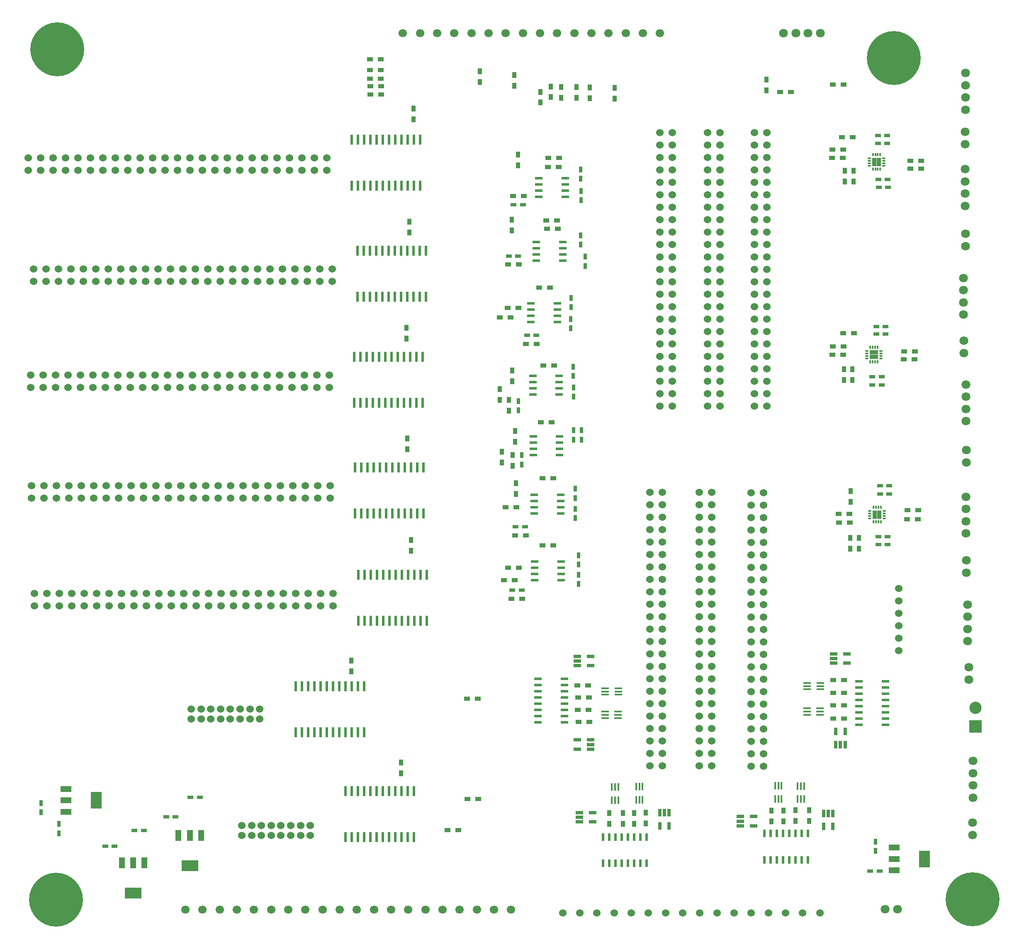
<source format=gbr>
G04 #@! TF.FileFunction,Soldermask,Top*
%FSLAX46Y46*%
G04 Gerber Fmt 4.6, Leading zero omitted, Abs format (unit mm)*
G04 Created by KiCad (PCBNEW 4.0.4-stable) date 12/30/16 20:15:41*
%MOMM*%
%LPD*%
G01*
G04 APERTURE LIST*
%ADD10C,0.100000*%
%ADD11O,0.750000X0.300000*%
%ADD12O,0.300000X0.750000*%
%ADD13R,0.900000X0.900000*%
%ADD14R,0.900000X1.200000*%
%ADD15R,0.600000X2.000000*%
%ADD16C,1.524000*%
%ADD17R,0.750000X1.200000*%
%ADD18R,1.200000X0.750000*%
%ADD19C,1.800000*%
%ADD20R,1.200000X0.900000*%
%ADD21R,1.550000X0.600000*%
%ADD22R,1.501140X0.398780*%
%ADD23R,1.500000X0.600000*%
%ADD24R,0.398780X1.501140*%
%ADD25R,0.600000X1.500000*%
%ADD26R,1.560000X0.650000*%
%ADD27R,0.650000X1.560000*%
%ADD28C,11.000000*%
%ADD29C,0.700000*%
%ADD30R,2.499360X2.499360*%
%ADD31C,2.499360*%
%ADD32R,2.200000X1.200000*%
%ADD33R,2.200000X3.500000*%
%ADD34R,1.200000X2.200000*%
%ADD35R,3.500000X2.200000*%
%ADD36C,1.700000*%
G04 APERTURE END LIST*
D10*
D11*
X214680460Y-114158860D03*
X214680460Y-114658860D03*
X214680460Y-115158860D03*
X214680460Y-115658860D03*
D12*
X215405460Y-116383860D03*
X215905460Y-116383860D03*
X216405460Y-116383860D03*
X216905460Y-116383860D03*
D11*
X217630460Y-115658860D03*
X217630460Y-115158860D03*
X217630460Y-114658860D03*
X217630460Y-114158860D03*
D12*
X216905460Y-113433860D03*
X216405460Y-113433860D03*
X215905460Y-113433860D03*
X215405460Y-113433860D03*
D13*
X216605460Y-115358860D03*
X216605460Y-114458860D03*
X215705460Y-115358860D03*
X215705460Y-114458860D03*
D14*
X121353860Y-87767680D03*
X121353860Y-89967680D03*
D15*
X110718860Y-103097680D03*
X111988860Y-103097680D03*
X113258860Y-103097680D03*
X114528860Y-103097680D03*
X115798860Y-103097680D03*
X117068860Y-103097680D03*
X118338860Y-103097680D03*
X119608860Y-103097680D03*
X120878860Y-103097680D03*
X122148860Y-103097680D03*
X123418860Y-103097680D03*
X124688860Y-103097680D03*
X124688860Y-93697680D03*
X123418860Y-93697680D03*
X122148860Y-93697680D03*
X120878860Y-93697680D03*
X119608860Y-93697680D03*
X118338860Y-93697680D03*
X117068860Y-93697680D03*
X115798860Y-93697680D03*
X114528860Y-93697680D03*
X113258860Y-93697680D03*
X111988860Y-93697680D03*
X110718860Y-93697680D03*
D16*
X44633860Y-99987680D03*
X44633860Y-97447680D03*
X47173860Y-99987680D03*
X47173860Y-97447680D03*
X49713860Y-99987680D03*
X49713860Y-97447680D03*
X52253860Y-99987680D03*
X52253860Y-97447680D03*
X54793860Y-99987680D03*
X54793860Y-97447680D03*
X57333860Y-99987680D03*
X57333860Y-97447680D03*
X59873860Y-99987680D03*
X59873860Y-97447680D03*
X62413860Y-99987680D03*
X62413860Y-97447680D03*
X64953860Y-99987680D03*
X64953860Y-97447680D03*
X67493860Y-99987680D03*
X67493860Y-97447680D03*
X70033860Y-99987680D03*
X70033860Y-97447680D03*
X72573860Y-99987680D03*
X72573860Y-97447680D03*
X75113860Y-99987680D03*
X75113860Y-97447680D03*
X77653860Y-99987680D03*
X77653860Y-97447680D03*
X80193860Y-99987680D03*
X80193860Y-97447680D03*
X82733860Y-99987680D03*
X82733860Y-97447680D03*
X85273860Y-99987680D03*
X85273860Y-97447680D03*
X87813860Y-99987680D03*
X87813860Y-97447680D03*
X90353860Y-99987680D03*
X90353860Y-97447680D03*
X92893860Y-99987680D03*
X92893860Y-97447680D03*
X95433860Y-99987680D03*
X95433860Y-97447680D03*
X97973860Y-99987680D03*
X97973860Y-97447680D03*
X100513860Y-99987680D03*
X100513860Y-97447680D03*
X103053860Y-99987680D03*
X103053860Y-97447680D03*
X105593860Y-99987680D03*
X105593860Y-97447680D03*
X43495860Y-77253680D03*
X43495860Y-74713680D03*
X46035860Y-77253680D03*
X46035860Y-74713680D03*
X48575860Y-77253680D03*
X48575860Y-74713680D03*
X51115860Y-77253680D03*
X51115860Y-74713680D03*
X53655860Y-77253680D03*
X53655860Y-74713680D03*
X56195860Y-77253680D03*
X56195860Y-74713680D03*
X58735860Y-77253680D03*
X58735860Y-74713680D03*
X61275860Y-77253680D03*
X61275860Y-74713680D03*
X63815860Y-77253680D03*
X63815860Y-74713680D03*
X66355860Y-77253680D03*
X66355860Y-74713680D03*
X68895860Y-77253680D03*
X68895860Y-74713680D03*
X71435860Y-77253680D03*
X71435860Y-74713680D03*
X73975860Y-77253680D03*
X73975860Y-74713680D03*
X76515860Y-77253680D03*
X76515860Y-74713680D03*
X79055860Y-77253680D03*
X79055860Y-74713680D03*
X81595860Y-77253680D03*
X81595860Y-74713680D03*
X84135860Y-77253680D03*
X84135860Y-74713680D03*
X86675860Y-77253680D03*
X86675860Y-74713680D03*
X89215860Y-77253680D03*
X89215860Y-74713680D03*
X91755860Y-77253680D03*
X91755860Y-74713680D03*
X94295860Y-77253680D03*
X94295860Y-74713680D03*
X96835860Y-77253680D03*
X96835860Y-74713680D03*
X99375860Y-77253680D03*
X99375860Y-74713680D03*
X101915860Y-77253680D03*
X101915860Y-74713680D03*
X104455860Y-77253680D03*
X104455860Y-74713680D03*
D15*
X109580860Y-80363680D03*
X110850860Y-80363680D03*
X112120860Y-80363680D03*
X113390860Y-80363680D03*
X114660860Y-80363680D03*
X115930860Y-80363680D03*
X117200860Y-80363680D03*
X118470860Y-80363680D03*
X119740860Y-80363680D03*
X121010860Y-80363680D03*
X122280860Y-80363680D03*
X123550860Y-80363680D03*
X123550860Y-70963680D03*
X122280860Y-70963680D03*
X121010860Y-70963680D03*
X119740860Y-70963680D03*
X118470860Y-70963680D03*
X117200860Y-70963680D03*
X115930860Y-70963680D03*
X114660860Y-70963680D03*
X113390860Y-70963680D03*
X112120860Y-70963680D03*
X110850860Y-70963680D03*
X109580860Y-70963680D03*
D14*
X122143860Y-64617680D03*
X122143860Y-66817680D03*
X120713860Y-109427680D03*
X120713860Y-111627680D03*
D15*
X110078860Y-124757680D03*
X111348860Y-124757680D03*
X112618860Y-124757680D03*
X113888860Y-124757680D03*
X115158860Y-124757680D03*
X116428860Y-124757680D03*
X117698860Y-124757680D03*
X118968860Y-124757680D03*
X120238860Y-124757680D03*
X121508860Y-124757680D03*
X122778860Y-124757680D03*
X124048860Y-124757680D03*
X124048860Y-115357680D03*
X122778860Y-115357680D03*
X121508860Y-115357680D03*
X120238860Y-115357680D03*
X118968860Y-115357680D03*
X117698860Y-115357680D03*
X116428860Y-115357680D03*
X115158860Y-115357680D03*
X113888860Y-115357680D03*
X112618860Y-115357680D03*
X111348860Y-115357680D03*
X110078860Y-115357680D03*
D16*
X43993860Y-121647680D03*
X43993860Y-119107680D03*
X46533860Y-121647680D03*
X46533860Y-119107680D03*
X49073860Y-121647680D03*
X49073860Y-119107680D03*
X51613860Y-121647680D03*
X51613860Y-119107680D03*
X54153860Y-121647680D03*
X54153860Y-119107680D03*
X56693860Y-121647680D03*
X56693860Y-119107680D03*
X59233860Y-121647680D03*
X59233860Y-119107680D03*
X61773860Y-121647680D03*
X61773860Y-119107680D03*
X64313860Y-121647680D03*
X64313860Y-119107680D03*
X66853860Y-121647680D03*
X66853860Y-119107680D03*
X69393860Y-121647680D03*
X69393860Y-119107680D03*
X71933860Y-121647680D03*
X71933860Y-119107680D03*
X74473860Y-121647680D03*
X74473860Y-119107680D03*
X77013860Y-121647680D03*
X77013860Y-119107680D03*
X79553860Y-121647680D03*
X79553860Y-119107680D03*
X82093860Y-121647680D03*
X82093860Y-119107680D03*
X84633860Y-121647680D03*
X84633860Y-119107680D03*
X87173860Y-121647680D03*
X87173860Y-119107680D03*
X89713860Y-121647680D03*
X89713860Y-119107680D03*
X92253860Y-121647680D03*
X92253860Y-119107680D03*
X94793860Y-121647680D03*
X94793860Y-119107680D03*
X97333860Y-121647680D03*
X97333860Y-119107680D03*
X99873860Y-121647680D03*
X99873860Y-119107680D03*
X102413860Y-121647680D03*
X102413860Y-119107680D03*
X104953860Y-121647680D03*
X104953860Y-119107680D03*
X44183860Y-144267680D03*
X44183860Y-141727680D03*
X46723860Y-144267680D03*
X46723860Y-141727680D03*
X49263860Y-144267680D03*
X49263860Y-141727680D03*
X51803860Y-144267680D03*
X51803860Y-141727680D03*
X54343860Y-144267680D03*
X54343860Y-141727680D03*
X56883860Y-144267680D03*
X56883860Y-141727680D03*
X59423860Y-144267680D03*
X59423860Y-141727680D03*
X61963860Y-144267680D03*
X61963860Y-141727680D03*
X64503860Y-144267680D03*
X64503860Y-141727680D03*
X67043860Y-144267680D03*
X67043860Y-141727680D03*
X69583860Y-144267680D03*
X69583860Y-141727680D03*
X72123860Y-144267680D03*
X72123860Y-141727680D03*
X74663860Y-144267680D03*
X74663860Y-141727680D03*
X77203860Y-144267680D03*
X77203860Y-141727680D03*
X79743860Y-144267680D03*
X79743860Y-141727680D03*
X82283860Y-144267680D03*
X82283860Y-141727680D03*
X84823860Y-144267680D03*
X84823860Y-141727680D03*
X87363860Y-144267680D03*
X87363860Y-141727680D03*
X89903860Y-144267680D03*
X89903860Y-141727680D03*
X92443860Y-144267680D03*
X92443860Y-141727680D03*
X94983860Y-144267680D03*
X94983860Y-141727680D03*
X97523860Y-144267680D03*
X97523860Y-141727680D03*
X100063860Y-144267680D03*
X100063860Y-141727680D03*
X102603860Y-144267680D03*
X102603860Y-141727680D03*
X105143860Y-144267680D03*
X105143860Y-141727680D03*
D15*
X110268860Y-147377680D03*
X111538860Y-147377680D03*
X112808860Y-147377680D03*
X114078860Y-147377680D03*
X115348860Y-147377680D03*
X116618860Y-147377680D03*
X117888860Y-147377680D03*
X119158860Y-147377680D03*
X120428860Y-147377680D03*
X121698860Y-147377680D03*
X122968860Y-147377680D03*
X124238860Y-147377680D03*
X124238860Y-137977680D03*
X122968860Y-137977680D03*
X121698860Y-137977680D03*
X120428860Y-137977680D03*
X119158860Y-137977680D03*
X117888860Y-137977680D03*
X116618860Y-137977680D03*
X115348860Y-137977680D03*
X114078860Y-137977680D03*
X112808860Y-137977680D03*
X111538860Y-137977680D03*
X110268860Y-137977680D03*
D14*
X120903860Y-132047680D03*
X120903860Y-134247680D03*
D17*
X154729180Y-117383520D03*
X154729180Y-119283520D03*
X156316680Y-90548420D03*
X156316680Y-92448420D03*
X154810460Y-123489760D03*
X154810460Y-121589760D03*
X143611600Y-126301540D03*
X143611600Y-124401540D03*
X157231080Y-96796900D03*
X157231080Y-94896900D03*
D18*
X141643060Y-94762320D03*
X143543060Y-94762320D03*
D17*
X155856940Y-155905160D03*
X155856940Y-157805160D03*
X155856940Y-161780260D03*
X155856940Y-159880260D03*
D18*
X144233940Y-163065460D03*
X142333940Y-163065460D03*
D17*
X155224480Y-142303460D03*
X155224480Y-144203460D03*
X155199080Y-148305560D03*
X155199080Y-146405560D03*
X156319220Y-77053400D03*
X156319220Y-78953400D03*
D18*
X144922280Y-150086060D03*
X143022280Y-150086060D03*
D17*
X154343100Y-103337320D03*
X154343100Y-105237320D03*
X154876500Y-130383240D03*
X154876500Y-132283240D03*
X156385260Y-83357760D03*
X156385260Y-81457760D03*
D18*
X142590480Y-84279740D03*
X144490480Y-84279740D03*
D17*
X154266900Y-109524840D03*
X154266900Y-107624840D03*
X156461460Y-130383240D03*
X156461460Y-132283240D03*
D18*
X147231140Y-110937040D03*
X145331140Y-110937040D03*
D17*
X144264380Y-137358160D03*
X144264380Y-135458160D03*
D18*
X215825486Y-121102594D03*
X217725486Y-121102594D03*
X216649260Y-109141260D03*
X218549260Y-109141260D03*
X215825486Y-119426194D03*
X217725486Y-119426194D03*
X218549260Y-110690660D03*
X216649260Y-110690660D03*
X217075980Y-153680160D03*
X218975980Y-153680160D03*
X217418880Y-141691360D03*
X219318880Y-141691360D03*
X217075980Y-152067260D03*
X218975980Y-152067260D03*
X219306180Y-143367760D03*
X217406180Y-143367760D03*
X217125195Y-80762137D03*
X219025195Y-80762137D03*
X216974380Y-71729600D03*
X218874380Y-71729600D03*
X217074395Y-79136537D03*
X218974395Y-79136537D03*
X218874380Y-70154800D03*
X216974380Y-70154800D03*
D19*
X234464860Y-106762560D03*
X234464860Y-104262560D03*
X234464860Y-101762560D03*
X234464860Y-99262560D03*
X234972860Y-128508760D03*
X234972860Y-126008760D03*
X234972860Y-123508760D03*
X234972860Y-121008760D03*
X234980480Y-151439880D03*
X234980480Y-148939880D03*
X234980480Y-146439880D03*
X234980480Y-143939880D03*
X235262420Y-173456600D03*
X235262420Y-170956600D03*
X235262420Y-168456600D03*
X235262420Y-165956600D03*
X234820460Y-64892560D03*
X234820460Y-62392560D03*
X234820460Y-59892560D03*
X234820460Y-57392560D03*
X234744260Y-84512160D03*
X234744260Y-82012160D03*
X234744260Y-79512160D03*
X234744260Y-77012160D03*
D20*
X150833000Y-117157500D03*
X148633000Y-117157500D03*
D14*
X142313660Y-120393640D03*
X142313660Y-118193640D03*
D20*
X151615320Y-89217500D03*
X149415320Y-89217500D03*
D14*
X139753860Y-121947680D03*
X139753860Y-124147680D03*
D20*
X149288320Y-87485220D03*
X151488320Y-87485220D03*
D14*
X141610080Y-126370260D03*
X141610080Y-124170260D03*
X142212060Y-89517400D03*
X142212060Y-87317400D03*
D20*
X141508300Y-96514920D03*
X143708300Y-96514920D03*
X150683140Y-153845260D03*
X148483140Y-153845260D03*
D14*
X119612180Y-198209820D03*
X119612180Y-200409820D03*
D20*
X143698140Y-158442660D03*
X141498140Y-158442660D03*
X142821840Y-161008060D03*
X140621840Y-161008060D03*
X144371240Y-164843460D03*
X142171240Y-164843460D03*
X131297860Y-212069680D03*
X129097860Y-212069680D03*
X135361860Y-205719680D03*
X133161860Y-205719680D03*
X150672980Y-140141960D03*
X148472980Y-140141960D03*
D14*
X143070580Y-143413660D03*
X143070580Y-141213660D03*
D20*
X145084980Y-151841200D03*
X142884980Y-151841200D03*
X151823600Y-76558140D03*
X149623600Y-76558140D03*
X143154580Y-146075400D03*
X140954580Y-146075400D03*
X150058300Y-101244400D03*
X147858300Y-101244400D03*
X150383420Y-128717040D03*
X148183420Y-128717040D03*
X149679480Y-74703940D03*
X151879480Y-74703940D03*
X143606700Y-105384600D03*
X141406700Y-105384600D03*
D14*
X142918180Y-132753280D03*
X142918180Y-130553280D03*
D20*
X142529380Y-82501740D03*
X144729380Y-82501740D03*
D14*
X143476980Y-76263680D03*
X143476980Y-74063680D03*
D20*
X147294780Y-112740440D03*
X145094780Y-112740440D03*
D14*
X142445740Y-137599600D03*
X142445740Y-135399600D03*
D20*
X142021740Y-107340400D03*
X139821740Y-107340400D03*
D14*
X140203860Y-134777680D03*
X140203860Y-136977680D03*
X109503860Y-177387680D03*
X109503860Y-179587680D03*
X121693860Y-152767680D03*
X121693860Y-154967680D03*
D20*
X135316140Y-185237120D03*
X133116140Y-185237120D03*
X209844460Y-110538260D03*
X212044460Y-110538260D03*
D14*
X210080860Y-120071060D03*
X210080860Y-117871060D03*
D20*
X209938620Y-113261140D03*
X207738620Y-113261140D03*
X209913220Y-114937540D03*
X207713220Y-114937540D03*
D14*
X211757260Y-117871060D03*
X211757260Y-120071060D03*
D20*
X224482660Y-115897660D03*
X222282660Y-115897660D03*
X224490460Y-114221260D03*
X222290460Y-114221260D03*
D14*
X211406740Y-142811320D03*
X211406740Y-145011320D03*
X211335620Y-154592200D03*
X211335620Y-152392200D03*
D20*
X211188480Y-147419060D03*
X208988480Y-147419060D03*
X211201180Y-149235160D03*
X209001180Y-149235160D03*
D14*
X213085680Y-152389660D03*
X213085680Y-154589660D03*
D20*
X225158480Y-148511260D03*
X222958480Y-148511260D03*
X225183880Y-146695160D03*
X222983880Y-146695160D03*
X209610780Y-70510400D03*
X211810780Y-70510400D03*
D14*
X210253580Y-79543000D03*
X210253580Y-77343000D03*
D20*
X209875300Y-73009760D03*
X207675300Y-73009760D03*
X209824500Y-74736960D03*
X207624500Y-74736960D03*
D14*
X212031580Y-77386000D03*
X212031580Y-79586000D03*
D20*
X225780780Y-76962000D03*
X223580780Y-76962000D03*
X225813980Y-75285600D03*
X223613980Y-75285600D03*
X158056760Y-189974220D03*
X155856760Y-189974220D03*
X157917060Y-187523120D03*
X155717060Y-187523120D03*
X158018660Y-184983120D03*
X155818660Y-184983120D03*
X157853560Y-182468520D03*
X155653560Y-182468520D03*
D14*
X169581830Y-208474130D03*
X169581830Y-210674130D03*
X167206930Y-208550330D03*
X167206930Y-210750330D03*
X164895530Y-208550330D03*
X164895530Y-210750330D03*
X162152330Y-208550330D03*
X162152330Y-210750330D03*
D20*
X207820080Y-181437280D03*
X210020080Y-181437280D03*
X207883580Y-184066180D03*
X210083580Y-184066180D03*
X207883580Y-186555380D03*
X210083580Y-186555380D03*
X207820080Y-189260480D03*
X210020080Y-189260480D03*
D14*
X202943860Y-207967680D03*
X202943860Y-210167680D03*
X200106280Y-207997880D03*
X200106280Y-210197880D03*
X197705980Y-208035980D03*
X197705980Y-210235980D03*
X195204080Y-208074080D03*
X195204080Y-210274080D03*
D15*
X98158860Y-192087680D03*
X99428860Y-192087680D03*
X100698860Y-192087680D03*
X101968860Y-192087680D03*
X103238860Y-192087680D03*
X104508860Y-192087680D03*
X105778860Y-192087680D03*
X107048860Y-192087680D03*
X108318860Y-192087680D03*
X109588860Y-192087680D03*
X110858860Y-192087680D03*
X112128860Y-192087680D03*
X112128860Y-182687680D03*
X110858860Y-182687680D03*
X109588860Y-182687680D03*
X108318860Y-182687680D03*
X107048860Y-182687680D03*
X105778860Y-182687680D03*
X104508860Y-182687680D03*
X103238860Y-182687680D03*
X101968860Y-182687680D03*
X100698860Y-182687680D03*
X99428860Y-182687680D03*
X98158860Y-182687680D03*
X108278860Y-213517680D03*
X109548860Y-213517680D03*
X110818860Y-213517680D03*
X112088860Y-213517680D03*
X113358860Y-213517680D03*
X114628860Y-213517680D03*
X115898860Y-213517680D03*
X117168860Y-213517680D03*
X118438860Y-213517680D03*
X119708860Y-213517680D03*
X120978860Y-213517680D03*
X122248860Y-213517680D03*
X122248860Y-204117680D03*
X120978860Y-204117680D03*
X119708860Y-204117680D03*
X118438860Y-204117680D03*
X117168860Y-204117680D03*
X115898860Y-204117680D03*
X114628860Y-204117680D03*
X113358860Y-204117680D03*
X112088860Y-204117680D03*
X110818860Y-204117680D03*
X109548860Y-204117680D03*
X108278860Y-204117680D03*
X110898860Y-169317680D03*
X112168860Y-169317680D03*
X113438860Y-169317680D03*
X114708860Y-169317680D03*
X115978860Y-169317680D03*
X117248860Y-169317680D03*
X118518860Y-169317680D03*
X119788860Y-169317680D03*
X121058860Y-169317680D03*
X122328860Y-169317680D03*
X123598860Y-169317680D03*
X124868860Y-169317680D03*
X124868860Y-159917680D03*
X123598860Y-159917680D03*
X122328860Y-159917680D03*
X121058860Y-159917680D03*
X119788860Y-159917680D03*
X118518860Y-159917680D03*
X117248860Y-159917680D03*
X115978860Y-159917680D03*
X114708860Y-159917680D03*
X113438860Y-159917680D03*
X112168860Y-159917680D03*
X110898860Y-159917680D03*
D21*
X147764520Y-78910180D03*
X147764520Y-80180180D03*
X147764520Y-81450180D03*
X147764520Y-82720180D03*
X153164520Y-82720180D03*
X153164520Y-81450180D03*
X153164520Y-80180180D03*
X153164520Y-78910180D03*
X146121140Y-104470200D03*
X146121140Y-105740200D03*
X146121140Y-107010200D03*
X146121140Y-108280200D03*
X151521140Y-108280200D03*
X151521140Y-107010200D03*
X151521140Y-105740200D03*
X151521140Y-104470200D03*
X146613900Y-131607560D03*
X146613900Y-132877560D03*
X146613900Y-134147560D03*
X146613900Y-135417560D03*
X152013900Y-135417560D03*
X152013900Y-134147560D03*
X152013900Y-132877560D03*
X152013900Y-131607560D03*
D11*
X215335632Y-146854760D03*
X215335632Y-147354760D03*
X215335632Y-147854760D03*
X215335632Y-148354760D03*
D12*
X216060632Y-149079760D03*
X216560632Y-149079760D03*
X217060632Y-149079760D03*
X217560632Y-149079760D03*
D11*
X218285632Y-148354760D03*
X218285632Y-147854760D03*
X218285632Y-147354760D03*
X218285632Y-146854760D03*
D12*
X217560632Y-146129760D03*
X217060632Y-146129760D03*
X216560632Y-146129760D03*
X216060632Y-146129760D03*
D13*
X217260632Y-148054760D03*
X217260632Y-147154760D03*
X216360632Y-148054760D03*
X216360632Y-147154760D03*
D11*
X215226332Y-74805400D03*
X215226332Y-75305400D03*
X215226332Y-75805400D03*
X215226332Y-76305400D03*
D12*
X215951332Y-77030400D03*
X216451332Y-77030400D03*
X216951332Y-77030400D03*
X217451332Y-77030400D03*
D11*
X218176332Y-76305400D03*
X218176332Y-75805400D03*
X218176332Y-75305400D03*
X218176332Y-74805400D03*
D12*
X217451332Y-74080400D03*
X216951332Y-74080400D03*
X216451332Y-74080400D03*
X215951332Y-74080400D03*
D13*
X217151332Y-76005400D03*
X217151332Y-75105400D03*
X216251332Y-76005400D03*
X216251332Y-75105400D03*
D22*
X163964620Y-184388760D03*
X163964620Y-183738520D03*
X163964620Y-183088280D03*
X161302700Y-183088280D03*
X161302700Y-183738520D03*
X161302700Y-184388760D03*
D23*
X152963860Y-190050420D03*
X152963860Y-188780420D03*
X152963860Y-187510420D03*
X152963860Y-186240420D03*
X152963860Y-184970420D03*
X152963860Y-183700420D03*
X152963860Y-182430420D03*
X152963860Y-181160420D03*
X147563860Y-181160420D03*
X147563860Y-182430420D03*
X147563860Y-183700420D03*
X147563860Y-184970420D03*
X147563860Y-186240420D03*
X147563860Y-187510420D03*
X147563860Y-188780420D03*
X147563860Y-190050420D03*
D22*
X163926520Y-189176660D03*
X163926520Y-188526420D03*
X163926520Y-187876180D03*
X161264600Y-187876180D03*
X161264600Y-188526420D03*
X161264600Y-189176660D03*
D24*
X163958270Y-203252070D03*
X163308030Y-203252070D03*
X162657790Y-203252070D03*
X162657790Y-205913990D03*
X163308030Y-205913990D03*
X163958270Y-205913990D03*
D25*
X169757530Y-213456697D03*
X168487530Y-213456697D03*
X167217530Y-213456697D03*
X165947530Y-213456697D03*
X164677530Y-213456697D03*
X163407530Y-213456697D03*
X162137530Y-213456697D03*
X160867530Y-213456697D03*
X160867530Y-218856697D03*
X162137530Y-218856697D03*
X163407530Y-218856697D03*
X164677530Y-218856697D03*
X165947530Y-218856697D03*
X167217530Y-218856697D03*
X168487530Y-218856697D03*
X169757530Y-218856697D03*
D24*
X168936670Y-203201270D03*
X168286430Y-203201270D03*
X167636190Y-203201270D03*
X167636190Y-205863190D03*
X168286430Y-205863190D03*
X168936670Y-205863190D03*
D22*
X202496420Y-187200540D03*
X202496420Y-187850780D03*
X202496420Y-188501020D03*
X205158340Y-188501020D03*
X205158340Y-187850780D03*
X205158340Y-187200540D03*
D23*
X213078080Y-181627780D03*
X213078080Y-182897780D03*
X213078080Y-184167780D03*
X213078080Y-185437780D03*
X213078080Y-186707780D03*
X213078080Y-187977780D03*
X213078080Y-189247780D03*
X213078080Y-190517780D03*
X218478080Y-190517780D03*
X218478080Y-189247780D03*
X218478080Y-187977780D03*
X218478080Y-186707780D03*
X218478080Y-185437780D03*
X218478080Y-184167780D03*
X218478080Y-182897780D03*
X218478080Y-181627780D03*
D22*
X202534520Y-181993540D03*
X202534520Y-182643780D03*
X202534520Y-183294020D03*
X205196440Y-183294020D03*
X205196440Y-182643780D03*
X205196440Y-181993540D03*
D24*
X197289420Y-203029820D03*
X196639180Y-203029820D03*
X195988940Y-203029820D03*
X195988940Y-205691740D03*
X196639180Y-205691740D03*
X197289420Y-205691740D03*
D25*
X202692830Y-212715563D03*
X201422830Y-212715563D03*
X200152830Y-212715563D03*
X198882830Y-212715563D03*
X197612830Y-212715563D03*
X196342830Y-212715563D03*
X195072830Y-212715563D03*
X193802830Y-212715563D03*
X193802830Y-218115563D03*
X195072830Y-218115563D03*
X196342830Y-218115563D03*
X197612830Y-218115563D03*
X198882830Y-218115563D03*
X200152830Y-218115563D03*
X201422830Y-218115563D03*
X202692830Y-218115563D03*
D24*
X201899520Y-203042520D03*
X201249280Y-203042520D03*
X200599040Y-203042520D03*
X200599040Y-205704440D03*
X201249280Y-205704440D03*
X201899520Y-205704440D03*
D16*
X180464460Y-143042640D03*
X183004460Y-143042640D03*
X180464460Y-145582640D03*
X183004460Y-145582640D03*
X180464460Y-148122640D03*
X183004460Y-148122640D03*
X180464460Y-150662640D03*
X183004460Y-150662640D03*
X180464460Y-153202640D03*
X183004460Y-153202640D03*
X180464460Y-155742640D03*
X183004460Y-155742640D03*
X180464460Y-158282640D03*
X183004460Y-158282640D03*
X180464460Y-160822640D03*
X183004460Y-160822640D03*
X180464460Y-163362640D03*
X183004460Y-163362640D03*
X180464460Y-165902640D03*
X183004460Y-165902640D03*
X180464460Y-168442640D03*
X183004460Y-168442640D03*
X180464460Y-170982640D03*
X183004460Y-170982640D03*
X180464460Y-173522640D03*
X183004460Y-173522640D03*
X180464460Y-176062640D03*
X183004460Y-176062640D03*
X180464460Y-178602640D03*
X183004460Y-178602640D03*
X180464460Y-181142640D03*
X183004460Y-181142640D03*
X180464460Y-183682640D03*
X183004460Y-183682640D03*
X180464460Y-186222640D03*
X183004460Y-186222640D03*
X180464460Y-188762640D03*
X183004460Y-188762640D03*
X180464460Y-191302640D03*
X183004460Y-191302640D03*
X180464460Y-193842640D03*
X183004460Y-193842640D03*
X180464460Y-196382640D03*
X183004460Y-196382640D03*
X180464460Y-198922640D03*
X183004460Y-198922640D03*
X182237380Y-69575680D03*
X184777380Y-69575680D03*
X182237380Y-72115680D03*
X184777380Y-72115680D03*
X182237380Y-74655680D03*
X184777380Y-74655680D03*
X182237380Y-77195680D03*
X184777380Y-77195680D03*
X182237380Y-79735680D03*
X184777380Y-79735680D03*
X182237380Y-82275680D03*
X184777380Y-82275680D03*
X182237380Y-84815680D03*
X184777380Y-84815680D03*
X182237380Y-87355680D03*
X184777380Y-87355680D03*
X182237380Y-89895680D03*
X184777380Y-89895680D03*
X182237380Y-92435680D03*
X184777380Y-92435680D03*
X182237380Y-94975680D03*
X184777380Y-94975680D03*
X182237380Y-97515680D03*
X184777380Y-97515680D03*
X182237380Y-100055680D03*
X184777380Y-100055680D03*
X182237380Y-102595680D03*
X184777380Y-102595680D03*
X182237380Y-105135680D03*
X184777380Y-105135680D03*
X182237380Y-107675680D03*
X184777380Y-107675680D03*
X182237380Y-110215680D03*
X184777380Y-110215680D03*
X182237380Y-112755680D03*
X184777380Y-112755680D03*
X182237380Y-115295680D03*
X184777380Y-115295680D03*
X182237380Y-117835680D03*
X184777380Y-117835680D03*
X182237380Y-120375680D03*
X184777380Y-120375680D03*
X182237380Y-122915680D03*
X184777380Y-122915680D03*
X182237380Y-125455680D03*
X184777380Y-125455680D03*
D26*
X155619460Y-195534320D03*
X158319460Y-195534320D03*
X158319460Y-194584320D03*
X158319460Y-193634320D03*
X155619460Y-193634320D03*
X158319460Y-176552820D03*
X155619460Y-176552820D03*
X155619460Y-177502820D03*
X155619460Y-178452820D03*
X158319460Y-178452820D03*
D27*
X174354530Y-211216230D03*
X174354530Y-208516230D03*
X173404530Y-208516230D03*
X172454530Y-208516230D03*
X172454530Y-211216230D03*
D26*
X158777930Y-208497130D03*
X156077930Y-208497130D03*
X156077930Y-209447130D03*
X156077930Y-210397130D03*
X158777930Y-210397130D03*
X210653620Y-176032120D03*
X207953620Y-176032120D03*
X207953620Y-176982120D03*
X207953620Y-177932120D03*
X210653620Y-177932120D03*
D27*
X208376480Y-191898280D03*
X208376480Y-194598280D03*
X209326480Y-194598280D03*
X210276480Y-194598280D03*
X210276480Y-191898280D03*
X207768230Y-211330530D03*
X207768230Y-208630530D03*
X206818230Y-208630530D03*
X205868230Y-208630530D03*
X205868230Y-211330530D03*
D26*
X191607430Y-209297230D03*
X188907430Y-209297230D03*
X188907430Y-210247230D03*
X188907430Y-211197230D03*
X191607430Y-211197230D03*
D16*
X205117700Y-228960680D03*
X201617700Y-228960680D03*
X198117700Y-228960680D03*
X194617700Y-228960680D03*
X191117700Y-228960680D03*
X187617700Y-228960680D03*
X184117700Y-228960680D03*
X180617700Y-228960680D03*
X177117700Y-228960680D03*
X173617700Y-228960680D03*
X170117700Y-228960680D03*
X166617700Y-228960680D03*
X163117700Y-228960680D03*
X159617700Y-228960680D03*
X156117700Y-228960680D03*
X152617700Y-228960680D03*
X101113860Y-211117680D03*
X101113860Y-213117680D03*
X99113860Y-211117680D03*
X99113860Y-213117680D03*
X97113860Y-211117680D03*
X97113860Y-213117680D03*
X95113860Y-211117680D03*
X95113860Y-213117680D03*
X93113860Y-211117680D03*
X93113860Y-213117680D03*
X91113860Y-211117680D03*
X91113860Y-213117680D03*
X89113860Y-211117680D03*
X89113860Y-213117680D03*
X87113860Y-211117680D03*
X87113860Y-213117680D03*
X90783860Y-187357680D03*
X90783860Y-189357680D03*
X88783860Y-187357680D03*
X88783860Y-189357680D03*
X86783860Y-187357680D03*
X86783860Y-189357680D03*
X84783860Y-187357680D03*
X84783860Y-189357680D03*
X82783860Y-187357680D03*
X82783860Y-189357680D03*
X80783860Y-187357680D03*
X80783860Y-189357680D03*
X78783860Y-187357680D03*
X78783860Y-189357680D03*
X76783860Y-187357680D03*
X76783860Y-189357680D03*
D19*
X234546140Y-114635280D03*
X234546140Y-112095280D03*
X234988100Y-136911080D03*
X234988100Y-134371080D03*
X235023660Y-159451040D03*
X235023660Y-156911040D03*
X235501180Y-181284880D03*
X235501180Y-178744880D03*
X234779820Y-71948040D03*
X234779820Y-69408040D03*
X234891580Y-92770960D03*
X234891580Y-90230960D03*
D28*
X220193860Y-54317680D03*
D29*
X224318860Y-54317680D03*
X223120675Y-57244495D03*
X220193860Y-58442680D03*
X217267045Y-57244495D03*
X216068860Y-54317680D03*
X217267045Y-51390865D03*
X220193860Y-50192680D03*
X223120675Y-51390865D03*
D28*
X49425860Y-52557680D03*
D29*
X53550860Y-52557680D03*
X52352675Y-55484495D03*
X49425860Y-56682680D03*
X46499045Y-55484495D03*
X45300860Y-52557680D03*
X46499045Y-49630865D03*
X49425860Y-48432680D03*
X52352675Y-49630865D03*
D28*
X49176940Y-226232720D03*
D29*
X53301940Y-226232720D03*
X52103755Y-229159535D03*
X49176940Y-230357720D03*
X46250125Y-229159535D03*
X45051940Y-226232720D03*
X46250125Y-223305905D03*
X49176940Y-222107720D03*
X52103755Y-223305905D03*
D28*
X236298740Y-226222560D03*
D29*
X240423740Y-226222560D03*
X239225555Y-229149375D03*
X236298740Y-230347560D03*
X233371925Y-229149375D03*
X232173740Y-226222560D03*
X233371925Y-223295745D03*
X236298740Y-222097560D03*
X239225555Y-223295745D03*
D30*
X236893860Y-190922680D03*
D31*
X236893860Y-187112680D03*
D21*
X146525000Y-119245380D03*
X146525000Y-120515380D03*
X146525000Y-121785380D03*
X146525000Y-123055380D03*
X151925000Y-123055380D03*
X151925000Y-121785380D03*
X151925000Y-120515380D03*
X151925000Y-119245380D03*
X147266680Y-91950540D03*
X147266680Y-93220540D03*
X147266680Y-94490540D03*
X147266680Y-95760540D03*
X152666680Y-95760540D03*
X152666680Y-94490540D03*
X152666680Y-93220540D03*
X152666680Y-91950540D03*
X146895840Y-157185360D03*
X146895840Y-158455360D03*
X146895840Y-159725360D03*
X146895840Y-160995360D03*
X152295840Y-160995360D03*
X152295840Y-159725360D03*
X152295840Y-158455360D03*
X152295840Y-157185360D03*
X146847580Y-143545560D03*
X146847580Y-144815560D03*
X146847580Y-146085560D03*
X146847580Y-147355560D03*
X152247580Y-147355560D03*
X152247580Y-146085560D03*
X152247580Y-144815560D03*
X152247580Y-143545560D03*
D16*
X172427900Y-69540120D03*
X174967900Y-69540120D03*
X172427900Y-72080120D03*
X174967900Y-72080120D03*
X172427900Y-74620120D03*
X174967900Y-74620120D03*
X172427900Y-77160120D03*
X174967900Y-77160120D03*
X172427900Y-79700120D03*
X174967900Y-79700120D03*
X172427900Y-82240120D03*
X174967900Y-82240120D03*
X172427900Y-84780120D03*
X174967900Y-84780120D03*
X172427900Y-87320120D03*
X174967900Y-87320120D03*
X172427900Y-89860120D03*
X174967900Y-89860120D03*
X172427900Y-92400120D03*
X174967900Y-92400120D03*
X172427900Y-94940120D03*
X174967900Y-94940120D03*
X172427900Y-97480120D03*
X174967900Y-97480120D03*
X172427900Y-100020120D03*
X174967900Y-100020120D03*
X172427900Y-102560120D03*
X174967900Y-102560120D03*
X172427900Y-105100120D03*
X174967900Y-105100120D03*
X172427900Y-107640120D03*
X174967900Y-107640120D03*
X172427900Y-110180120D03*
X174967900Y-110180120D03*
X172427900Y-112720120D03*
X174967900Y-112720120D03*
X172427900Y-115260120D03*
X174967900Y-115260120D03*
X172427900Y-117800120D03*
X174967900Y-117800120D03*
X172427900Y-120340120D03*
X174967900Y-120340120D03*
X172427900Y-122880120D03*
X174967900Y-122880120D03*
X172427900Y-125420120D03*
X174967900Y-125420120D03*
X191797940Y-69570600D03*
X194337940Y-69570600D03*
X191797940Y-72110600D03*
X194337940Y-72110600D03*
X191797940Y-74650600D03*
X194337940Y-74650600D03*
X191797940Y-77190600D03*
X194337940Y-77190600D03*
X191797940Y-79730600D03*
X194337940Y-79730600D03*
X191797940Y-82270600D03*
X194337940Y-82270600D03*
X191797940Y-84810600D03*
X194337940Y-84810600D03*
X191797940Y-87350600D03*
X194337940Y-87350600D03*
X191797940Y-89890600D03*
X194337940Y-89890600D03*
X191797940Y-92430600D03*
X194337940Y-92430600D03*
X191797940Y-94970600D03*
X194337940Y-94970600D03*
X191797940Y-97510600D03*
X194337940Y-97510600D03*
X191797940Y-100050600D03*
X194337940Y-100050600D03*
X191797940Y-102590600D03*
X194337940Y-102590600D03*
X191797940Y-105130600D03*
X194337940Y-105130600D03*
X191797940Y-107670600D03*
X194337940Y-107670600D03*
X191797940Y-110210600D03*
X194337940Y-110210600D03*
X191797940Y-112750600D03*
X194337940Y-112750600D03*
X191797940Y-115290600D03*
X194337940Y-115290600D03*
X191797940Y-117830600D03*
X194337940Y-117830600D03*
X191797940Y-120370600D03*
X194337940Y-120370600D03*
X191797940Y-122910600D03*
X194337940Y-122910600D03*
X191797940Y-125450600D03*
X194337940Y-125450600D03*
X170393360Y-143042640D03*
X172933360Y-143042640D03*
X170393360Y-145582640D03*
X172933360Y-145582640D03*
X170393360Y-148122640D03*
X172933360Y-148122640D03*
X170393360Y-150662640D03*
X172933360Y-150662640D03*
X170393360Y-153202640D03*
X172933360Y-153202640D03*
X170393360Y-155742640D03*
X172933360Y-155742640D03*
X170393360Y-158282640D03*
X172933360Y-158282640D03*
X170393360Y-160822640D03*
X172933360Y-160822640D03*
X170393360Y-163362640D03*
X172933360Y-163362640D03*
X170393360Y-165902640D03*
X172933360Y-165902640D03*
X170393360Y-168442640D03*
X172933360Y-168442640D03*
X170393360Y-170982640D03*
X172933360Y-170982640D03*
X170393360Y-173522640D03*
X172933360Y-173522640D03*
X170393360Y-176062640D03*
X172933360Y-176062640D03*
X170393360Y-178602640D03*
X172933360Y-178602640D03*
X170393360Y-181142640D03*
X172933360Y-181142640D03*
X170393360Y-183682640D03*
X172933360Y-183682640D03*
X170393360Y-186222640D03*
X172933360Y-186222640D03*
X170393360Y-188762640D03*
X172933360Y-188762640D03*
X170393360Y-191302640D03*
X172933360Y-191302640D03*
X170393360Y-193842640D03*
X172933360Y-193842640D03*
X170393360Y-196382640D03*
X172933360Y-196382640D03*
X170393360Y-198922640D03*
X172933360Y-198922640D03*
X191107060Y-143106140D03*
X193647060Y-143106140D03*
X191107060Y-145646140D03*
X193647060Y-145646140D03*
X191107060Y-148186140D03*
X193647060Y-148186140D03*
X191107060Y-150726140D03*
X193647060Y-150726140D03*
X191107060Y-153266140D03*
X193647060Y-153266140D03*
X191107060Y-155806140D03*
X193647060Y-155806140D03*
X191107060Y-158346140D03*
X193647060Y-158346140D03*
X191107060Y-160886140D03*
X193647060Y-160886140D03*
X191107060Y-163426140D03*
X193647060Y-163426140D03*
X191107060Y-165966140D03*
X193647060Y-165966140D03*
X191107060Y-168506140D03*
X193647060Y-168506140D03*
X191107060Y-171046140D03*
X193647060Y-171046140D03*
X191107060Y-173586140D03*
X193647060Y-173586140D03*
X191107060Y-176126140D03*
X193647060Y-176126140D03*
X191107060Y-178666140D03*
X193647060Y-178666140D03*
X191107060Y-181206140D03*
X193647060Y-181206140D03*
X191107060Y-183746140D03*
X193647060Y-183746140D03*
X191107060Y-186286140D03*
X193647060Y-186286140D03*
X191107060Y-188826140D03*
X193647060Y-188826140D03*
X191107060Y-191366140D03*
X193647060Y-191366140D03*
X191107060Y-193906140D03*
X193647060Y-193906140D03*
X191107060Y-196446140D03*
X193647060Y-196446140D03*
X191107060Y-198986140D03*
X193647060Y-198986140D03*
D18*
X217293860Y-220392680D03*
X215393860Y-220392680D03*
D17*
X216518860Y-216317680D03*
X216518860Y-214417680D03*
X49768860Y-210817680D03*
X49768860Y-212717680D03*
X46115760Y-206522820D03*
X46115760Y-208422820D03*
D32*
X220318860Y-215642680D03*
X220318860Y-217942680D03*
X220318860Y-220242680D03*
D33*
X226518860Y-217942680D03*
D32*
X51180120Y-203689460D03*
X51180120Y-205989460D03*
X51180120Y-208289460D03*
D33*
X57380120Y-205989460D03*
D16*
X221246700Y-162687000D03*
X221246700Y-165227000D03*
X221246700Y-167767000D03*
X221246700Y-170307000D03*
X221246700Y-172847000D03*
X221246700Y-175387000D03*
D18*
X61133860Y-215317680D03*
X59233860Y-215317680D03*
X65203860Y-212107680D03*
X67103860Y-212107680D03*
X73603860Y-209347680D03*
X71703860Y-209347680D03*
X76633860Y-205357680D03*
X78533860Y-205357680D03*
D34*
X67233860Y-218727680D03*
X64933860Y-218727680D03*
X62633860Y-218727680D03*
D35*
X64933860Y-224927680D03*
D34*
X78803860Y-213137680D03*
X76503860Y-213137680D03*
X74203860Y-213137680D03*
D35*
X76503860Y-219337680D03*
D14*
X194243860Y-58717680D03*
X194243860Y-60917680D03*
D20*
X196973860Y-61237680D03*
X199173860Y-61237680D03*
D16*
X44813860Y-166207680D03*
X44813860Y-163667680D03*
X47353860Y-166207680D03*
X47353860Y-163667680D03*
X49893860Y-166207680D03*
X49893860Y-163667680D03*
X52433860Y-166207680D03*
X52433860Y-163667680D03*
X54973860Y-166207680D03*
X54973860Y-163667680D03*
X57513860Y-166207680D03*
X57513860Y-163667680D03*
X60053860Y-166207680D03*
X60053860Y-163667680D03*
X62593860Y-166207680D03*
X62593860Y-163667680D03*
X65133860Y-166207680D03*
X65133860Y-163667680D03*
X67673860Y-166207680D03*
X67673860Y-163667680D03*
X70213860Y-166207680D03*
X70213860Y-163667680D03*
X72753860Y-166207680D03*
X72753860Y-163667680D03*
X75293860Y-166207680D03*
X75293860Y-163667680D03*
X77833860Y-166207680D03*
X77833860Y-163667680D03*
X80373860Y-166207680D03*
X80373860Y-163667680D03*
X82913860Y-166207680D03*
X82913860Y-163667680D03*
X85453860Y-166207680D03*
X85453860Y-163667680D03*
X87993860Y-166207680D03*
X87993860Y-163667680D03*
X90533860Y-166207680D03*
X90533860Y-163667680D03*
X93073860Y-166207680D03*
X93073860Y-163667680D03*
X95613860Y-166207680D03*
X95613860Y-163667680D03*
X98153860Y-166207680D03*
X98153860Y-163667680D03*
X100693860Y-166207680D03*
X100693860Y-163667680D03*
X103233860Y-166207680D03*
X103233860Y-163667680D03*
X105773860Y-166207680D03*
X105773860Y-163667680D03*
D19*
X236343860Y-205417680D03*
X236343860Y-202917680D03*
X236343860Y-200417680D03*
X236343860Y-197917680D03*
X236293860Y-213067680D03*
X236293860Y-210527680D03*
X218443860Y-228217680D03*
X220983860Y-228217680D03*
X205193860Y-49267680D03*
X202693860Y-49267680D03*
X200193860Y-49267680D03*
X197693860Y-49267680D03*
D20*
X209993860Y-59717680D03*
X207793860Y-59717680D03*
X115443860Y-54567680D03*
X113243860Y-54567680D03*
X115493860Y-56767680D03*
X113293860Y-56767680D03*
X115493860Y-58517680D03*
X113293860Y-58517680D03*
X115543860Y-60067680D03*
X113343860Y-60067680D03*
D14*
X163243860Y-60417680D03*
X163243860Y-62617680D03*
D20*
X115543860Y-61767680D03*
X113343860Y-61767680D03*
D14*
X158143860Y-60367680D03*
X158143860Y-62567680D03*
X135743860Y-59217680D03*
X135743860Y-57017680D03*
X155443860Y-60217680D03*
X155443860Y-62417680D03*
X142743860Y-59967680D03*
X142743860Y-57767680D03*
X150193860Y-60117680D03*
X150193860Y-62317680D03*
X148043860Y-61217680D03*
X148043860Y-63417680D03*
D36*
X172493860Y-49267680D03*
X168993860Y-49267680D03*
X165493860Y-49267680D03*
X161993860Y-49267680D03*
X158493860Y-49267680D03*
X154993860Y-49267680D03*
X151493860Y-49267680D03*
X147993860Y-49267680D03*
X144493860Y-49267680D03*
X140993860Y-49267680D03*
X137493860Y-49267680D03*
X133993860Y-49267680D03*
X130493860Y-49267680D03*
X126993860Y-49267680D03*
X123493860Y-49267680D03*
X119993860Y-49267680D03*
D14*
X152343860Y-60217680D03*
X152343860Y-62417680D03*
D36*
X75587860Y-228325680D03*
X79087860Y-228325680D03*
X82587860Y-228325680D03*
X86087860Y-228325680D03*
X89587860Y-228325680D03*
X93087860Y-228325680D03*
X96587860Y-228325680D03*
X100087860Y-228325680D03*
X103587860Y-228325680D03*
X107087860Y-228325680D03*
X110587860Y-228325680D03*
X114087860Y-228325680D03*
X117587860Y-228325680D03*
X121087860Y-228325680D03*
X124587860Y-228325680D03*
X128087860Y-228325680D03*
X131587860Y-228325680D03*
X135087860Y-228325680D03*
X138587860Y-228325680D03*
X142087860Y-228325680D03*
M02*

</source>
